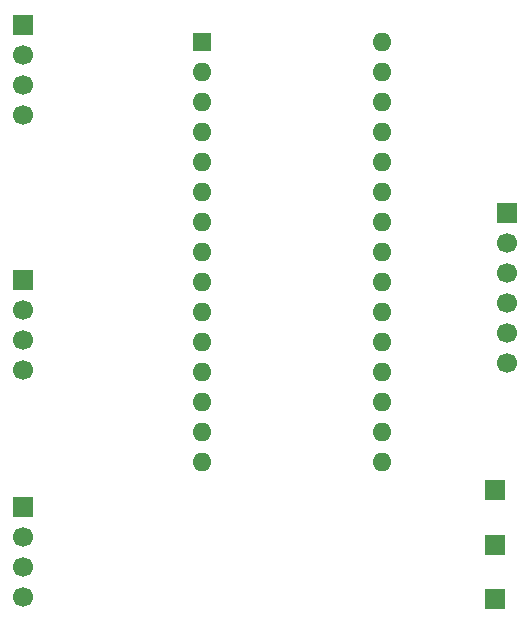
<source format=gbr>
%TF.GenerationSoftware,KiCad,Pcbnew,9.0.5-9.0.5~ubuntu24.04.1*%
%TF.CreationDate,2025-10-19T16:33:04+02:00*%
%TF.ProjectId,MultiClockArduino,4d756c74-6943-46c6-9f63-6b4172647569,0.1*%
%TF.SameCoordinates,Original*%
%TF.FileFunction,Soldermask,Top*%
%TF.FilePolarity,Negative*%
%FSLAX46Y46*%
G04 Gerber Fmt 4.6, Leading zero omitted, Abs format (unit mm)*
G04 Created by KiCad (PCBNEW 9.0.5-9.0.5~ubuntu24.04.1) date 2025-10-19 16:33:04*
%MOMM*%
%LPD*%
G01*
G04 APERTURE LIST*
%ADD10R,1.700000X1.700000*%
%ADD11C,1.700000*%
%ADD12R,1.600000X1.600000*%
%ADD13O,1.600000X1.600000*%
G04 APERTURE END LIST*
D10*
%TO.C,J7*%
X160000000Y-124000000D03*
%TD*%
%TO.C,J6*%
X160000000Y-119400000D03*
%TD*%
%TO.C,J5*%
X160000000Y-114800000D03*
%TD*%
%TO.C,J4*%
X161000000Y-91300000D03*
D11*
X161000000Y-93840000D03*
X161000000Y-96380000D03*
X161000000Y-98920000D03*
X161000000Y-101460000D03*
X161000000Y-104000000D03*
%TD*%
D10*
%TO.C,J3*%
X120025000Y-116200000D03*
D11*
X120025000Y-118740000D03*
X120025000Y-121280000D03*
X120025000Y-123820000D03*
%TD*%
D10*
%TO.C,J2*%
X120000000Y-97000000D03*
D11*
X120000000Y-99540000D03*
X120000000Y-102080000D03*
X120000000Y-104620000D03*
%TD*%
D10*
%TO.C,J1*%
X120000000Y-75380000D03*
D11*
X120000000Y-77920000D03*
X120000000Y-80460000D03*
X120000000Y-83000000D03*
%TD*%
D12*
%TO.C,A1*%
X135200000Y-76840000D03*
D13*
X135200000Y-79380000D03*
X135200000Y-81920000D03*
X135200000Y-84460000D03*
X135200000Y-87000000D03*
X135200000Y-89540000D03*
X135200000Y-92080000D03*
X135200000Y-94620000D03*
X135200000Y-97160000D03*
X135200000Y-99700000D03*
X135200000Y-102240000D03*
X135200000Y-104780000D03*
X135200000Y-107320000D03*
X135200000Y-109860000D03*
X135200000Y-112400000D03*
X150440000Y-112400000D03*
X150440000Y-109860000D03*
X150440000Y-107320000D03*
X150440000Y-104780000D03*
X150440000Y-102240000D03*
X150440000Y-99700000D03*
X150440000Y-97160000D03*
X150440000Y-94620000D03*
X150440000Y-92080000D03*
X150440000Y-89540000D03*
X150440000Y-87000000D03*
X150440000Y-84460000D03*
X150440000Y-81920000D03*
X150440000Y-79380000D03*
X150440000Y-76840000D03*
%TD*%
M02*

</source>
